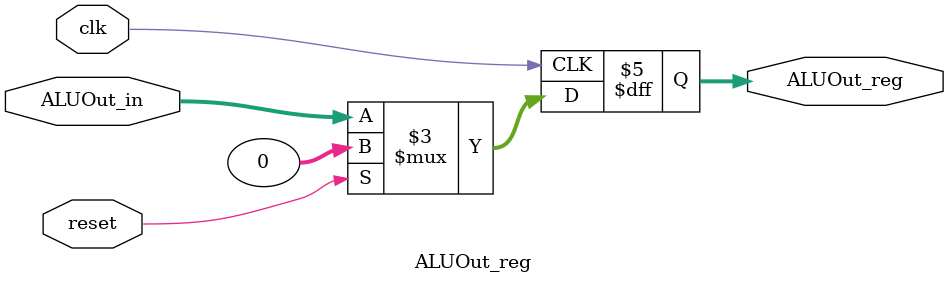
<source format=v>
`timescale 1ns / 1ps
module ALUOut_reg( ALUOut_in, ALUOut_reg, reset, clk
    );
	 input [31:0] ALUOut_in;
	 input reset, clk;
	 output reg [31:0] ALUOut_reg;

	always@(posedge clk)
		begin
			if(reset)
			begin
			ALUOut_reg <= 32'd0;
			end
			
			else
			begin
			ALUOut_reg <= ALUOut_in;
			end
		end
endmodule

</source>
